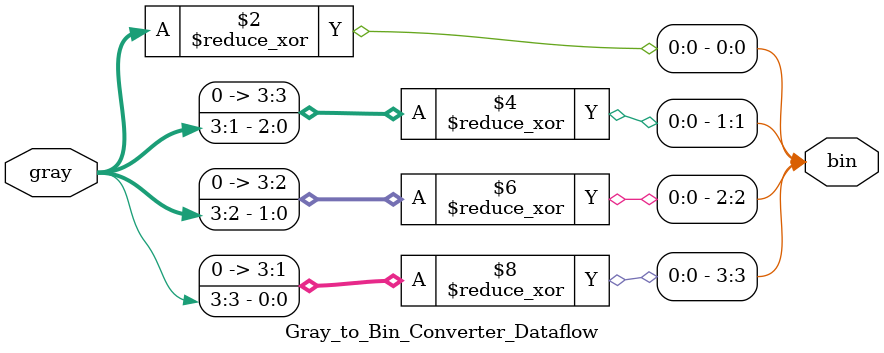
<source format=v>
`timescale 1ns / 1ps


module Gray_to_Bin_Converter_Dataflow #(parameter size = 4)(
    bin,
    gray
    );
    
    output [size-1:0]bin;
    input [size-1:0]gray;
    
    genvar i;
    
    for(i=0; i<size; i=i+1)
    begin
        assign bin[i] =^ (gray >> i);
    end
endmodule
</source>
